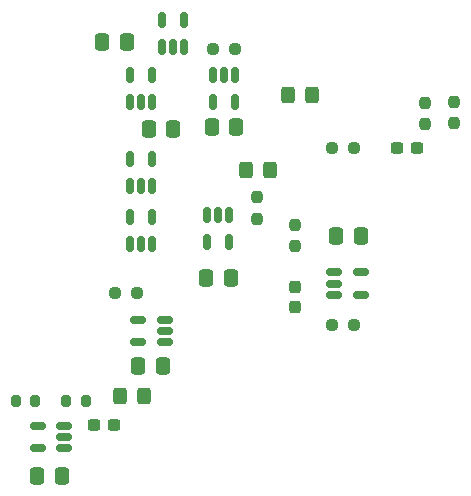
<source format=gbr>
%TF.GenerationSoftware,KiCad,Pcbnew,7.0.11-rc3*%
%TF.CreationDate,2025-03-16T23:21:53+08:00*%
%TF.ProjectId,BSPD,42535044-2e6b-4696-9361-645f70636258,rev?*%
%TF.SameCoordinates,PX731bc60PY731bc60*%
%TF.FileFunction,Paste,Top*%
%TF.FilePolarity,Positive*%
%FSLAX46Y46*%
G04 Gerber Fmt 4.6, Leading zero omitted, Abs format (unit mm)*
G04 Created by KiCad (PCBNEW 7.0.11-rc3) date 2025-03-16 23:21:53*
%MOMM*%
%LPD*%
G01*
G04 APERTURE LIST*
G04 Aperture macros list*
%AMRoundRect*
0 Rectangle with rounded corners*
0 $1 Rounding radius*
0 $2 $3 $4 $5 $6 $7 $8 $9 X,Y pos of 4 corners*
0 Add a 4 corners polygon primitive as box body*
4,1,4,$2,$3,$4,$5,$6,$7,$8,$9,$2,$3,0*
0 Add four circle primitives for the rounded corners*
1,1,$1+$1,$2,$3*
1,1,$1+$1,$4,$5*
1,1,$1+$1,$6,$7*
1,1,$1+$1,$8,$9*
0 Add four rect primitives between the rounded corners*
20,1,$1+$1,$2,$3,$4,$5,0*
20,1,$1+$1,$4,$5,$6,$7,0*
20,1,$1+$1,$6,$7,$8,$9,0*
20,1,$1+$1,$8,$9,$2,$3,0*%
G04 Aperture macros list end*
%ADD10RoundRect,0.237500X-0.250000X-0.237500X0.250000X-0.237500X0.250000X0.237500X-0.250000X0.237500X0*%
%ADD11RoundRect,0.237500X0.250000X0.237500X-0.250000X0.237500X-0.250000X-0.237500X0.250000X-0.237500X0*%
%ADD12RoundRect,0.250000X-0.325000X-0.450000X0.325000X-0.450000X0.325000X0.450000X-0.325000X0.450000X0*%
%ADD13RoundRect,0.237500X-0.237500X0.300000X-0.237500X-0.300000X0.237500X-0.300000X0.237500X0.300000X0*%
%ADD14RoundRect,0.150000X0.512500X0.150000X-0.512500X0.150000X-0.512500X-0.150000X0.512500X-0.150000X0*%
%ADD15RoundRect,0.237500X-0.300000X-0.237500X0.300000X-0.237500X0.300000X0.237500X-0.300000X0.237500X0*%
%ADD16RoundRect,0.250000X0.337500X0.475000X-0.337500X0.475000X-0.337500X-0.475000X0.337500X-0.475000X0*%
%ADD17RoundRect,0.200000X0.200000X0.275000X-0.200000X0.275000X-0.200000X-0.275000X0.200000X-0.275000X0*%
%ADD18RoundRect,0.250000X-0.337500X-0.475000X0.337500X-0.475000X0.337500X0.475000X-0.337500X0.475000X0*%
%ADD19RoundRect,0.150000X-0.150000X0.512500X-0.150000X-0.512500X0.150000X-0.512500X0.150000X0.512500X0*%
%ADD20RoundRect,0.237500X0.237500X-0.250000X0.237500X0.250000X-0.237500X0.250000X-0.237500X-0.250000X0*%
%ADD21RoundRect,0.250000X0.325000X0.450000X-0.325000X0.450000X-0.325000X-0.450000X0.325000X-0.450000X0*%
%ADD22RoundRect,0.237500X-0.237500X0.250000X-0.237500X-0.250000X0.237500X-0.250000X0.237500X0.250000X0*%
%ADD23RoundRect,0.150000X0.150000X-0.512500X0.150000X0.512500X-0.150000X0.512500X-0.150000X-0.512500X0*%
%ADD24RoundRect,0.200000X-0.200000X-0.275000X0.200000X-0.275000X0.200000X0.275000X-0.200000X0.275000X0*%
%ADD25RoundRect,0.150000X-0.512500X-0.150000X0.512500X-0.150000X0.512500X0.150000X-0.512500X0.150000X0*%
G04 APERTURE END LIST*
D10*
%TO.C,R16*%
X30475000Y-15300000D03*
X32300000Y-15300000D03*
%TD*%
D11*
%TO.C,R9*%
X22212500Y-6900000D03*
X20387500Y-6900000D03*
%TD*%
D12*
%TO.C,D1*%
X26750000Y-10800000D03*
X28800000Y-10800000D03*
%TD*%
D13*
%TO.C,C4*%
X27300000Y-27087500D03*
X27300000Y-28812500D03*
%TD*%
D14*
%TO.C,U17*%
X16337500Y-31750000D03*
X16337500Y-30800000D03*
X16337500Y-29850000D03*
X14062500Y-29850000D03*
X14062500Y-31750000D03*
%TD*%
D15*
%TO.C,C20*%
X10300000Y-38800000D03*
X12025000Y-38800000D03*
%TD*%
D16*
%TO.C,C18*%
X22337500Y-13550000D03*
X20262500Y-13550000D03*
%TD*%
%TO.C,C6*%
X13087500Y-6300000D03*
X11012500Y-6300000D03*
%TD*%
D17*
%TO.C,R21*%
X9625000Y-36750000D03*
X7975000Y-36750000D03*
%TD*%
D18*
%TO.C,C21*%
X5512500Y-43050000D03*
X7587500Y-43050000D03*
%TD*%
D19*
%TO.C,U2*%
X22250000Y-9162500D03*
X21300000Y-9162500D03*
X20350000Y-9162500D03*
X20350000Y-11437500D03*
X22250000Y-11437500D03*
%TD*%
D20*
%TO.C,R13*%
X24100000Y-21312500D03*
X24100000Y-19487500D03*
%TD*%
D21*
%TO.C,D16*%
X14575000Y-36300000D03*
X12525000Y-36300000D03*
%TD*%
D16*
%TO.C,C17*%
X21887500Y-26300000D03*
X19812500Y-26300000D03*
%TD*%
D18*
%TO.C,C9*%
X14062500Y-33800000D03*
X16137500Y-33800000D03*
%TD*%
D22*
%TO.C,R17*%
X27300000Y-21800000D03*
X27300000Y-23625000D03*
%TD*%
D18*
%TO.C,C7*%
X14962500Y-13700000D03*
X17037500Y-13700000D03*
%TD*%
D19*
%TO.C,U4*%
X21750000Y-21025000D03*
X20800000Y-21025000D03*
X19850000Y-21025000D03*
X19850000Y-23300000D03*
X21750000Y-23300000D03*
%TD*%
D23*
%TO.C,U6*%
X13350000Y-18537500D03*
X14300000Y-18537500D03*
X15250000Y-18537500D03*
X15250000Y-16262500D03*
X13350000Y-16262500D03*
%TD*%
D11*
%TO.C,R11*%
X13912500Y-27600000D03*
X12087500Y-27600000D03*
%TD*%
D24*
%TO.C,R20*%
X3700000Y-36750000D03*
X5350000Y-36750000D03*
%TD*%
D25*
%TO.C,U18*%
X30662500Y-25850000D03*
X30662500Y-26800000D03*
X30662500Y-27750000D03*
X32937500Y-27750000D03*
X32937500Y-25850000D03*
%TD*%
D14*
%TO.C,U14*%
X7800000Y-40750000D03*
X7800000Y-39800000D03*
X7800000Y-38850000D03*
X5525000Y-38850000D03*
X5525000Y-40750000D03*
%TD*%
D15*
%TO.C,C3*%
X35937500Y-15300000D03*
X37662500Y-15300000D03*
%TD*%
D23*
%TO.C,U1*%
X13350000Y-11437500D03*
X14300000Y-11437500D03*
X15250000Y-11437500D03*
X15250000Y-9162500D03*
X13350000Y-9162500D03*
%TD*%
D11*
%TO.C,R22*%
X32300000Y-30300000D03*
X30475000Y-30300000D03*
%TD*%
D20*
%TO.C,R2*%
X38300000Y-13300000D03*
X38300000Y-11475000D03*
%TD*%
D23*
%TO.C,U5*%
X16050000Y-6737500D03*
X17000000Y-6737500D03*
X17950000Y-6737500D03*
X17950000Y-4462500D03*
X16050000Y-4462500D03*
%TD*%
D12*
%TO.C,D2*%
X23137500Y-17200000D03*
X25187500Y-17200000D03*
%TD*%
D23*
%TO.C,U3*%
X13350000Y-23437500D03*
X14300000Y-23437500D03*
X15250000Y-23437500D03*
X15250000Y-21162500D03*
X13350000Y-21162500D03*
%TD*%
D20*
%TO.C,R38*%
X40800000Y-13212500D03*
X40800000Y-11387500D03*
%TD*%
D16*
%TO.C,C25*%
X32875000Y-22800000D03*
X30800000Y-22800000D03*
%TD*%
M02*

</source>
